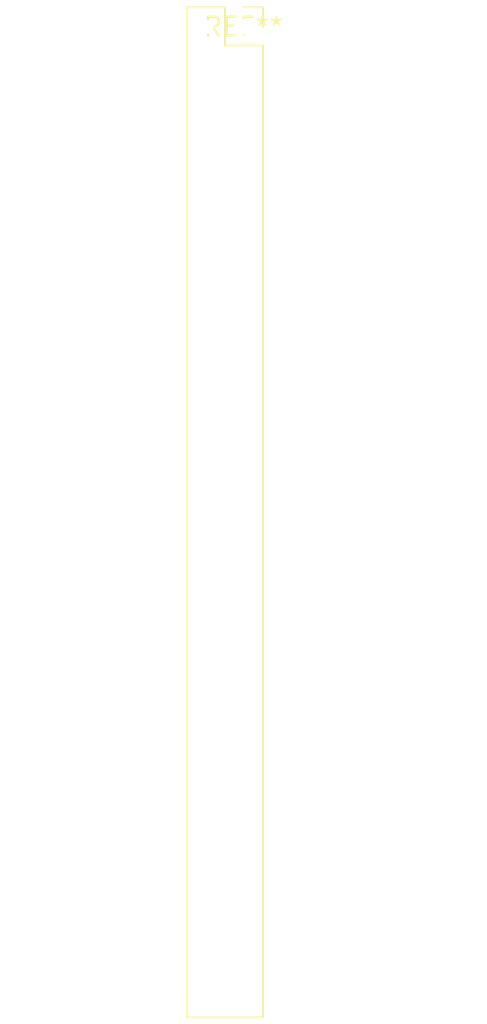
<source format=kicad_pcb>
(kicad_pcb (version 20240108) (generator pcbnew)
  (layers (0 "F.Cu" signal) (31 "B.Cu" signal) (34 "B.Paste" user) (35 "F.Paste" user) (36 "B.SilkS" user "B.Silkscreen") (37 "F.SilkS" user "F.Silkscreen") (38 "B.Mask" user) (39 "F.Mask" user) (44 "Edge.Cuts" user))
  (net 0 "")
  (footprint "PinSocket_2x27_P2.54mm_Vertical" (layer "F.Cu") (at 0 0)
    (property "Reference" "REF**")
    (property "Value" "PinSocket_2x27_P2.54mm_Vertical")
    (fp_line (start -3.87 -1.33) (end -3.87 67.37) (layer "F.SilkS") (stroke (width 0.12)))
    (fp_line (start -3.87 -1.33) (end -1.27 -1.33) (layer "F.SilkS") (stroke (width 0.12)))
    (fp_line (start -3.87 67.37) (end 1.33 67.37) (layer "F.SilkS") (stroke (width 0.12)))
    (fp_line (start -1.27 -1.33) (end -1.27 1.27) (layer "F.SilkS") (stroke (width 0.12)))
    (fp_line (start -1.27 1.27) (end 1.33 1.27) (layer "F.SilkS") (stroke (width 0.12)))
    (fp_line (start 0 -1.33) (end 1.33 -1.33) (layer "F.SilkS") (stroke (width 0.12)))
    (fp_line (start 1.33 -1.33) (end 1.33 0) (layer "F.SilkS") (stroke (width 0.12)))
    (fp_line (start 1.33 1.27) (end 1.33 67.37) (layer "F.SilkS") (stroke (width 0.12)))
    (pad "1" thru_hole rect (at 0 0) (size 1.7 1.7) (drill 1) (layers *.Cu *.Mask) (remove_unused_layers))
    (pad "2" thru_hole oval (at -2.54 0) (size 1.7 1.7) (drill 1) (layers *.Cu *.Mask) (remove_unused_layers))
    (pad "3" thru_hole oval (at 0 2.54) (size 1.7 1.7) (drill 1) (layers *.Cu *.Mask) (remove_unused_layers))
    (pad "4" thru_hole oval (at -2.54 2.54) (size 1.7 1.7) (drill 1) (layers *.Cu *.Mask) (remove_unused_layers))
    (pad "5" thru_hole oval (at 0 5.08) (size 1.7 1.7) (drill 1) (layers *.Cu *.Mask) (remove_unused_layers))
    (pad "6" thru_hole oval (at -2.54 5.08) (size 1.7 1.7) (drill 1) (layers *.Cu *.Mask) (remove_unused_layers))
    (pad "7" thru_hole oval (at 0 7.62) (size 1.7 1.7) (drill 1) (layers *.Cu *.Mask) (remove_unused_layers))
    (pad "8" thru_hole oval (at -2.54 7.62) (size 1.7 1.7) (drill 1) (layers *.Cu *.Mask) (remove_unused_layers))
    (pad "9" thru_hole oval (at 0 10.16) (size 1.7 1.7) (drill 1) (layers *.Cu *.Mask) (remove_unused_layers))
    (pad "10" thru_hole oval (at -2.54 10.16) (size 1.7 1.7) (drill 1) (layers *.Cu *.Mask) (remove_unused_layers))
    (pad "11" thru_hole oval (at 0 12.7) (size 1.7 1.7) (drill 1) (layers *.Cu *.Mask) (remove_unused_layers))
    (pad "12" thru_hole oval (at -2.54 12.7) (size 1.7 1.7) (drill 1) (layers *.Cu *.Mask) (remove_unused_layers))
    (pad "13" thru_hole oval (at 0 15.24) (size 1.7 1.7) (drill 1) (layers *.Cu *.Mask) (remove_unused_layers))
    (pad "14" thru_hole oval (at -2.54 15.24) (size 1.7 1.7) (drill 1) (layers *.Cu *.Mask) (remove_unused_layers))
    (pad "15" thru_hole oval (at 0 17.78) (size 1.7 1.7) (drill 1) (layers *.Cu *.Mask) (remove_unused_layers))
    (pad "16" thru_hole oval (at -2.54 17.78) (size 1.7 1.7) (drill 1) (layers *.Cu *.Mask) (remove_unused_layers))
    (pad "17" thru_hole oval (at 0 20.32) (size 1.7 1.7) (drill 1) (layers *.Cu *.Mask) (remove_unused_layers))
    (pad "18" thru_hole oval (at -2.54 20.32) (size 1.7 1.7) (drill 1) (layers *.Cu *.Mask) (remove_unused_layers))
    (pad "19" thru_hole oval (at 0 22.86) (size 1.7 1.7) (drill 1) (layers *.Cu *.Mask) (remove_unused_layers))
    (pad "20" thru_hole oval (at -2.54 22.86) (size 1.7 1.7) (drill 1) (layers *.Cu *.Mask) (remove_unused_layers))
    (pad "21" thru_hole oval (at 0 25.4) (size 1.7 1.7) (drill 1) (layers *.Cu *.Mask) (remove_unused_layers))
    (pad "22" thru_hole oval (at -2.54 25.4) (size 1.7 1.7) (drill 1) (layers *.Cu *.Mask) (remove_unused_layers))
    (pad "23" thru_hole oval (at 0 27.94) (size 1.7 1.7) (drill 1) (layers *.Cu *.Mask) (remove_unused_layers))
    (pad "24" thru_hole oval (at -2.54 27.94) (size 1.7 1.7) (drill 1) (layers *.Cu *.Mask) (remove_unused_layers))
    (pad "25" thru_hole oval (at 0 30.48) (size 1.7 1.7) (drill 1) (layers *.Cu *.Mask) (remove_unused_layers))
    (pad "26" thru_hole oval (at -2.54 30.48) (size 1.7 1.7) (drill 1) (layers *.Cu *.Mask) (remove_unused_layers))
    (pad "27" thru_hole oval (at 0 33.02) (size 1.7 1.7) (drill 1) (layers *.Cu *.Mask) (remove_unused_layers))
    (pad "28" thru_hole oval (at -2.54 33.02) (size 1.7 1.7) (drill 1) (layers *.Cu *.Mask) (remove_unused_layers))
    (pad "29" thru_hole oval (at 0 35.56) (size 1.7 1.7) (drill 1) (layers *.Cu *.Mask) (remove_unused_layers))
    (pad "30" thru_hole oval (at -2.54 35.56) (size 1.7 1.7) (drill 1) (layers *.Cu *.Mask) (remove_unused_layers))
    (pad "31" thru_hole oval (at 0 38.1) (size 1.7 1.7) (drill 1) (layers *.Cu *.Mask) (remove_unused_layers))
    (pad "32" thru_hole oval (at -2.54 38.1) (size 1.7 1.7) (drill 1) (layers *.Cu *.Mask) (remove_unused_layers))
    (pad "33" thru_hole oval (at 0 40.64) (size 1.7 1.7) (drill 1) (layers *.Cu *.Mask) (remove_unused_layers))
    (pad "34" thru_hole oval (at -2.54 40.64) (size 1.7 1.7) (drill 1) (layers *.Cu *.Mask) (remove_unused_layers))
    (pad "35" thru_hole oval (at 0 43.18) (size 1.7 1.7) (drill 1) (layers *.Cu *.Mask) (remove_unused_layers))
    (pad "36" thru_hole oval (at -2.54 43.18) (size 1.7 1.7) (drill 1) (layers *.Cu *.Mask) (remove_unused_layers))
    (pad "37" thru_hole oval (at 0 45.72) (size 1.7 1.7) (drill 1) (layers *.Cu *.Mask) (remove_unused_layers))
    (pad "38" thru_hole oval (at -2.54 45.72) (size 1.7 1.7) (drill 1) (layers *.Cu *.Mask) (remove_unused_layers))
    (pad "39" thru_hole oval (at 0 48.26) (size 1.7 1.7) (drill 1) (layers *.Cu *.Mask) (remove_unused_layers))
    (pad "40" thru_hole oval (at -2.54 48.26) (size 1.7 1.7) (drill 1) (layers *.Cu *.Mask) (remove_unused_layers))
    (pad "41" thru_hole oval (at 0 50.8) (size 1.7 1.7) (drill 1) (layers *.Cu *.Mask) (remove_unused_layers))
    (pad "42" thru_hole oval (at -2.54 50.8) (size 1.7 1.7) (drill 1) (layers *.Cu *.Mask) (remove_unused_layers))
    (pad "43" thru_hole oval (at 0 53.34) (size 1.7 1.7) (drill 1) (layers *.Cu *.Mask) (remove_unused_layers))
    (pad "44" thru_hole oval (at -2.54 53.34) (size 1.7 1.7) (drill 1) (layers *.Cu *.Mask) (remove_unused_layers))
    (pad "45" thru_hole oval (at 0 55.88) (size 1.7 1.7) (drill 1) (layers *.Cu *.Mask) (remove_unused_layers))
    (pad "46" thru_hole oval (at -2.54 55.88) (size 1.7 1.7) (drill 1) (layers *.Cu *.Mask) (remove_unused_layers))
    (pad "47" thru_hole oval (at 0 58.42) (size 1.7 1.7) (drill 1) (layers *.Cu *.Mask) (remove_unused_layers))
    (pad "48" thru_hole oval (at -2.54 58.42) (size 1.7 1.7) (drill 1) (layers *.Cu *.Mask) (remove_unused_layers))
    (pad "49" thru_hole oval (at 0 60.96) (size 1.7 1.7) (drill 1) (layers *.Cu *.Mask) (remove_unused_layers))
    (pad "50" thru_hole oval (at -2.54 60.96) (size 1.7 1.7) (drill 1) (layers *.Cu *.Mask) (remove_unused_layers))
    (pad "51" thru_hole oval (at 0 63.5) (size 1.7 1.7) (drill 1) (layers *.Cu *.Mask) (remove_unused_layers))
    (pad "52" thru_hole oval (at -2.54 63.5) (size 1.7 1.7) (drill 1) (layers *.Cu *.Mask) (remove_unused_layers))
    (pad "53" thru_hole oval (at 0 66.04) (size 1.7 1.7) (drill 1) (layers *.Cu *.Mask) (remove_unused_layers))
    (pad "54" thru_hole oval (at -2.54 66.04) (size 1.7 1.7) (drill 1) (layers *.Cu *.Mask) (remove_unused_layers))
  )
)
</source>
